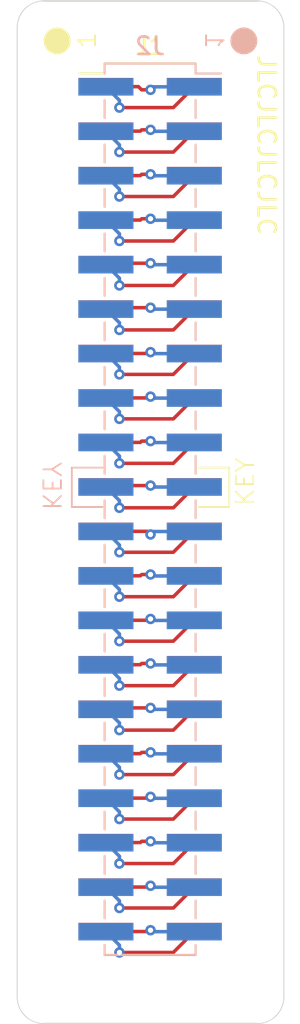
<source format=kicad_pcb>
(kicad_pcb (version 20240108) (generator "pcbnew") (generator_version "8.0")
  (title_block (title "IDE 40-40 male adapter") (date "2024-06-28") (rev "1") (company "Mario Goegel"))
  (layers (0 "F.Cu" signal) (31 "B.Cu" signal) (34 "B.Paste" user) (35 "F.Paste" user) (36 "B.SilkS" user "B.Silkscreen") (37 "F.SilkS" user "F.Silkscreen") (38 "B.Mask" user) (39 "F.Mask" user) (44 "Edge.Cuts" user))
  (net 0 "")
  (net 1 "/7")
  (net 2 "Net-(J1-Pin_40)")
  (net 3 "Net-(J1-Pin_6)")
  (net 4 "Net-(J1-Pin_20)")
  (net 5 "Net-(J1-Pin_4)")
  (net 6 "/17")
  (net 7 "/37")
  (net 8 "Net-(J1-Pin_30)")
  (net 9 "/35")
  (net 10 "/23")
  (net 11 "Net-(J1-Pin_26)")
  (net 12 "/19")
  (net 13 "/1")
  (net 14 "/9")
  (net 15 "/5")
  (net 16 "/21")
  (net 17 "/29")
  (net 18 "/31")
  (net 19 "Net-(J1-Pin_10)")
  (net 20 "/25")
  (net 21 "/39")
  (net 22 "Net-(J1-Pin_38)")
  (net 23 "Net-(J1-Pin_16)")
  (net 24 "Net-(J1-Pin_34)")
  (net 25 "/13")
  (net 26 "Net-(J1-Pin_14)")
  (net 27 "/15")
  (net 28 "Net-(J1-Pin_32)")
  (net 29 "/3")
  (net 30 "/33")
  (net 31 "Net-(J1-Pin_18)")
  (net 32 "Net-(J1-Pin_12)")
  (net 33 "Net-(J1-Pin_24)")
  (net 34 "Net-(J1-Pin_36)")
  (net 35 "Net-(J1-Pin_2)")
  (net 36 "Net-(J1-Pin_28)")
  (net 37 "Net-(J1-Pin_8)")
  (net 38 "/27")
  (net 39 "Net-(J1-Pin_22)")
  (net 40 "/11")
  (footprint "Connector_PinHeader_2.54mm:PinHeader_2x20_P2.54mm_Vertical_SMD" (layer "F.Cu") (at 126.975 82.37)
    (property "Reference" "J1" (at 0 -26.46 0) (layer "F.SilkS"))
    (property "Value" "Conn_02x20_Odd_Even")
    (fp_line (start -4.04 -24.89) (end -2.6 -24.89) (stroke (width 0.12)) (layer "F.SilkS"))
    (fp_line (start -2.6 -25.46) (end -2.6 -24.89) (stroke (width 0.12)) (layer "F.SilkS"))
    (fp_line (start -2.6 -25.46) (end 2.6 -25.46) (stroke (width 0.12)) (layer "F.SilkS"))
    (fp_line (start -2.6 -23.37) (end -2.6 -22.35) (stroke (width 0.12)) (layer "F.SilkS"))
    (fp_line (start -2.6 -20.83) (end -2.6 -19.81) (stroke (width 0.12)) (layer "F.SilkS"))
    (fp_line (start -2.6 -18.29) (end -2.6 -17.27) (stroke (width 0.12)) (layer "F.SilkS"))
    (fp_line (start -2.6 -15.75) (end -2.6 -14.73) (stroke (width 0.12)) (layer "F.SilkS"))
    (fp_line (start -2.6 -13.21) (end -2.6 -12.19) (stroke (width 0.12)) (layer "F.SilkS"))
    (fp_line (start -2.6 -10.67) (end -2.6 -9.65) (stroke (width 0.12)) (layer "F.SilkS"))
    (fp_line (start -2.6 -8.13) (end -2.6 -7.11) (stroke (width 0.12)) (layer "F.SilkS"))
    (fp_line (start -2.6 -5.59) (end -2.6 -4.57) (stroke (width 0.12)) (layer "F.SilkS"))
    (fp_line (start -2.6 -3.05) (end -2.6 -2.03) (stroke (width 0.12)) (layer "F.SilkS"))
    (fp_line (start -2.6 -0.51) (end -2.6 0.51) (stroke (width 0.12)) (layer "F.SilkS"))
    (fp_line (start -2.6 2.03) (end -2.6 3.05) (stroke (width 0.12)) (layer "F.SilkS"))
    (fp_line (start -2.6 4.57) (end -2.6 5.59) (stroke (width 0.12)) (layer "F.SilkS"))
    (fp_line (start -2.6 7.11) (end -2.6 8.13) (stroke (width 0.12)) (layer "F.SilkS"))
    (fp_line (start -2.6 9.65) (end -2.6 10.67) (stroke (width 0.12)) (layer "F.SilkS"))
    (fp_line (start -2.6 12.19) (end -2.6 13.21) (stroke (width 0.12)) (layer "F.SilkS"))
    (fp_line (start -2.6 14.73) (end -2.6 15.75) (stroke (width 0.12)) (layer "F.SilkS"))
    (fp_line (start -2.6 17.27) (end -2.6 18.29) (stroke (width 0.12)) (layer "F.SilkS"))
    (fp_line (start -2.6 19.81) (end -2.6 20.83) (stroke (width 0.12)) (layer "F.SilkS"))
    (fp_line (start -2.6 22.35) (end -2.6 23.37) (stroke (width 0.12)) (layer "F.SilkS"))
    (fp_line (start -2.6 24.89) (end -2.6 25.46) (stroke (width 0.12)) (layer "F.SilkS"))
    (fp_line (start -2.6 25.46) (end 2.6 25.46) (stroke (width 0.12)) (layer "F.SilkS"))
    (fp_line (start 2.6 -25.46) (end 2.6 -24.89) (stroke (width 0.12)) (layer "F.SilkS"))
    (fp_line (start 2.6 -23.37) (end 2.6 -22.35) (stroke (width 0.12)) (layer "F.SilkS"))
    (fp_line (start 2.6 -20.83) (end 2.6 -19.81) (stroke (width 0.12)) (layer "F.SilkS"))
    (fp_line (start 2.6 -18.29) (end 2.6 -17.27) (stroke (width 0.12)) (layer "F.SilkS"))
    (fp_line (start 2.6 -15.75) (end 2.6 -14.73) (stroke (width 0.12)) (layer "F.SilkS"))
    (fp_line (start 2.6 -13.21) (end 2.6 -12.19) (stroke (width 0.12)) (layer "F.SilkS"))
    (fp_line (start 2.6 -10.67) (end 2.6 -9.65) (stroke (width 0.12)) (layer "F.SilkS"))
    (fp_line (start 2.6 -8.13) (end 2.6 -7.11) (stroke (width 0.12)) (layer "F.SilkS"))
    (fp_line (start 2.6 -5.59) (end 2.6 -4.57) (stroke (width 0.12)) (layer "F.SilkS"))
    (fp_line (start 2.6 -3.05) (end 2.6 -2.03) (stroke (width 0.12)) (layer "F.SilkS"))
    (fp_line (start 2.6 -0.51) (end 2.6 0.51) (stroke (width 0.12)) (layer "F.SilkS"))
    (fp_line (start 2.6 2.03) (end 2.6 3.05) (stroke (width 0.12)) (layer "F.SilkS"))
    (fp_line (start 2.6 4.57) (end 2.6 5.59) (stroke (width 0.12)) (layer "F.SilkS"))
    (fp_line (start 2.6 7.11) (end 2.6 8.13) (stroke (width 0.12)) (layer "F.SilkS"))
    (fp_line (start 2.6 9.65) (end 2.6 10.67) (stroke (width 0.12)) (layer "F.SilkS"))
    (fp_line (start 2.6 12.19) (end 2.6 13.21) (stroke (width 0.12)) (layer "F.SilkS"))
    (fp_line (start 2.6 14.73) (end 2.6 15.75) (stroke (width 0.12)) (layer "F.SilkS"))
    (fp_line (start 2.6 17.27) (end 2.6 18.29) (stroke (width 0.12)) (layer "F.SilkS"))
    (fp_line (start 2.6 19.81) (end 2.6 20.83) (stroke (width 0.12)) (layer "F.SilkS"))
    (fp_line (start 2.6 22.35) (end 2.6 23.37) (stroke (width 0.12)) (layer "F.SilkS"))
    (fp_line (start 2.6 24.89) (end 2.6 25.46) (stroke (width 0.12)) (layer "F.SilkS"))
    (pad "1" smd rect (at -2.525 -24.13) (size 3.15 1) (layers "F.Cu" "F.Paste" "F.Mask") (net 13 "/1"))
    (pad "2" smd rect (at 2.525 -24.13) (size 3.15 1) (layers "F.Cu" "F.Paste" "F.Mask") (net 35 "Net-(J1-Pin_2)"))
    (pad "3" smd rect (at -2.525 -21.59) (size 3.15 1) (layers "F.Cu" "F.Paste" "F.Mask") (net 29 "/3"))
    (pad "4" smd rect (at 2.525 -21.59) (size 3.15 1) (layers "F.Cu" "F.Paste" "F.Mask") (net 5 "Net-(J1-Pin_4)"))
    (pad "5" smd rect (at -2.525 -19.05) (size 3.15 1) (layers "F.Cu" "F.Paste" "F.Mask") (net 15 "/5"))
    (pad "6" smd rect (at 2.525 -19.05) (size 3.15 1) (layers "F.Cu" "F.Paste" "F.Mask") (net 3 "Net-(J1-Pin_6)"))
    (pad "7" smd rect (at -2.525 -16.51) (size 3.15 1) (layers "F.Cu" "F.Paste" "F.Mask") (net 1 "/7"))
    (pad "8" smd rect (at 2.525 -16.51) (size 3.15 1) (layers "F.Cu" "F.Paste" "F.Mask") (net 37 "Net-(J1-Pin_8)"))
    (pad "9" smd rect (at -2.525 -13.97) (size 3.15 1) (layers "F.Cu" "F.Paste" "F.Mask") (net 14 "/9"))
    (pad "10" smd rect (at 2.525 -13.97) (size 3.15 1) (layers "F.Cu" "F.Paste" "F.Mask") (net 19 "Net-(J1-Pin_10)"))
    (pad "11" smd rect (at -2.525 -11.43) (size 3.15 1) (layers "F.Cu" "F.Paste" "F.Mask") (net 40 "/11"))
    (pad "12" smd rect (at 2.525 -11.43) (size 3.15 1) (layers "F.Cu" "F.Paste" "F.Mask") (net 32 "Net-(J1-Pin_12)"))
    (pad "13" smd rect (at -2.525 -8.89) (size 3.15 1) (layers "F.Cu" "F.Paste" "F.Mask") (net 25 "/13"))
    (pad "14" smd rect (at 2.525 -8.89) (size 3.15 1) (layers "F.Cu" "F.Paste" "F.Mask") (net 26 "Net-(J1-Pin_14)"))
    (pad "15" smd rect (at -2.525 -6.35) (size 3.15 1) (layers "F.Cu" "F.Paste" "F.Mask") (net 27 "/15"))
    (pad "16" smd rect (at 2.525 -6.35) (size 3.15 1) (layers "F.Cu" "F.Paste" "F.Mask") (net 23 "Net-(J1-Pin_16)"))
    (pad "17" smd rect (at -2.525 -3.81) (size 3.15 1) (layers "F.Cu" "F.Paste" "F.Mask") (net 6 "/17"))
    (pad "18" smd rect (at 2.525 -3.81) (size 3.15 1) (layers "F.Cu" "F.Paste" "F.Mask") (net 31 "Net-(J1-Pin_18)"))
    (pad "19" smd rect (at -2.525 -1.27) (size 3.15 1) (layers "F.Cu" "F.Paste" "F.Mask") (net 12 "/19"))
    (pad "20" smd rect (at 2.525 -1.27) (size 3.15 1) (layers "F.Cu" "F.Paste" "F.Mask") (net 4 "Net-(J1-Pin_20)"))
    (pad "21" smd rect (at -2.525 1.27) (size 3.15 1) (layers "F.Cu" "F.Paste" "F.Mask") (net 16 "/21"))
    (pad "22" smd rect (at 2.525 1.27) (size 3.15 1) (layers "F.Cu" "F.Paste" "F.Mask") (net 39 "Net-(J1-Pin_22)"))
    (pad "23" smd rect (at -2.525 3.81) (size 3.15 1) (layers "F.Cu" "F.Paste" "F.Mask") (net 10 "/23"))
    (pad "24" smd rect (at 2.525 3.81) (size 3.15 1) (layers "F.Cu" "F.Paste" "F.Mask") (net 33 "Net-(J1-Pin_24)"))
    (pad "25" smd rect (at -2.525 6.35) (size 3.15 1) (layers "F.Cu" "F.Paste" "F.Mask") (net 20 "/25"))
    (pad "26" smd rect (at 2.525 6.35) (size 3.15 1) (layers "F.Cu" "F.Paste" "F.Mask") (net 11 "Net-(J1-Pin_26)"))
    (pad "27" smd rect (at -2.525 8.89) (size 3.15 1) (layers "F.Cu" "F.Paste" "F.Mask") (net 38 "/27"))
    (pad "28" smd rect (at 2.525 8.89) (size 3.15 1) (layers "F.Cu" "F.Paste" "F.Mask") (net 36 "Net-(J1-Pin_28)"))
    (pad "29" smd rect (at -2.525 11.43) (size 3.15 1) (layers "F.Cu" "F.Paste" "F.Mask") (net 17 "/29"))
    (pad "30" smd rect (at 2.525 11.43) (size 3.15 1) (layers "F.Cu" "F.Paste" "F.Mask") (net 8 "Net-(J1-Pin_30)"))
    (pad "31" smd rect (at -2.525 13.97) (size 3.15 1) (layers "F.Cu" "F.Paste" "F.Mask") (net 18 "/31"))
    (pad "32" smd rect (at 2.525 13.97) (size 3.15 1) (layers "F.Cu" "F.Paste" "F.Mask") (net 28 "Net-(J1-Pin_32)"))
    (pad "33" smd rect (at -2.525 16.51) (size 3.15 1) (layers "F.Cu" "F.Paste" "F.Mask") (net 30 "/33"))
    (pad "34" smd rect (at 2.525 16.51) (size 3.15 1) (layers "F.Cu" "F.Paste" "F.Mask") (net 24 "Net-(J1-Pin_34)"))
    (pad "35" smd rect (at -2.525 19.05) (size 3.15 1) (layers "F.Cu" "F.Paste" "F.Mask") (net 9 "/35"))
    (pad "36" smd rect (at 2.525 19.05) (size 3.15 1) (layers "F.Cu" "F.Paste" "F.Mask") (net 34 "Net-(J1-Pin_36)"))
    (pad "37" smd rect (at -2.525 21.59) (size 3.15 1) (layers "F.Cu" "F.Paste" "F.Mask") (net 7 "/37"))
    (pad "38" smd rect (at 2.525 21.59) (size 3.15 1) (layers "F.Cu" "F.Paste" "F.Mask") (net 22 "Net-(J1-Pin_38)"))
    (pad "39" smd rect (at -2.525 24.13) (size 3.15 1) (layers "F.Cu" "F.Paste" "F.Mask") (net 21 "/39"))
    (pad "40" smd rect (at 2.525 24.13) (size 3.15 1) (layers "F.Cu" "F.Paste" "F.Mask") (net 2 "Net-(J1-Pin_40)"))
  )
  (footprint "Connector_PinHeader_2.54mm:PinHeader_2x20_P2.54mm_Vertical_SMD" (layer "B.Cu") (at 126.975 82.38 180)
    (property "Reference" "J2" (at 0 26.46 180) (layer "B.SilkS") (effects (justify mirror)))
    (property "Value" "Conn_02x20_Odd_Even")
    (fp_line (start 2.6 25.46) (end -2.6 25.46) (stroke (width 0.12)) (layer "B.SilkS"))
    (fp_line (start 2.6 24.89) (end 2.6 25.46) (stroke (width 0.12)) (layer "B.SilkS"))
    (fp_line (start 2.6 22.35) (end 2.6 23.37) (stroke (width 0.12)) (layer "B.SilkS"))
    (fp_line (start 2.6 19.81) (end 2.6 20.83) (stroke (width 0.12)) (layer "B.SilkS"))
    (fp_line (start 2.6 17.27) (end 2.6 18.29) (stroke (width 0.12)) (layer "B.SilkS"))
    (fp_line (start 2.6 14.73) (end 2.6 15.75) (stroke (width 0.12)) (layer "B.SilkS"))
    (fp_line (start 2.6 12.19) (end 2.6 13.21) (stroke (width 0.12)) (layer "B.SilkS"))
    (fp_line (start 2.6 9.65) (end 2.6 10.67) (stroke (width 0.12)) (layer "B.SilkS"))
    (fp_line (start 2.6 7.11) (end 2.6 8.13) (stroke (width 0.12)) (layer "B.SilkS"))
    (fp_line (start 2.6 4.57) (end 2.6 5.59) (stroke (width 0.12)) (layer "B.SilkS"))
    (fp_line (start 2.6 2.03) (end 2.6 3.05) (stroke (width 0.12)) (layer "B.SilkS"))
    (fp_line (start 2.6 -0.51) (end 2.6 0.51) (stroke (width 0.12)) (layer "B.SilkS"))
    (fp_line (start 2.6 -3.05) (end 2.6 -2.03) (stroke (width 0.12)) (layer "B.SilkS"))
    (fp_line (start 2.6 -5.59) (end 2.6 -4.57) (stroke (width 0.12)) (layer "B.SilkS"))
    (fp_line (start 2.6 -8.13) (end 2.6 -7.11) (stroke (width 0.12)) (layer "B.SilkS"))
    (fp_line (start 2.6 -10.67) (end 2.6 -9.65) (stroke (width 0.12)) (layer "B.SilkS"))
    (fp_line (start 2.6 -13.21) (end 2.6 -12.19) (stroke (width 0.12)) (layer "B.SilkS"))
    (fp_line (start 2.6 -15.75) (end 2.6 -14.73) (stroke (width 0.12)) (layer "B.SilkS"))
    (fp_line (start 2.6 -18.29) (end 2.6 -17.27) (stroke (width 0.12)) (layer "B.SilkS"))
    (fp_line (start 2.6 -20.83) (end 2.6 -19.81) (stroke (width 0.12)) (layer "B.SilkS"))
    (fp_line (start 2.6 -23.37) (end 2.6 -22.35) (stroke (width 0.12)) (layer "B.SilkS"))
    (fp_line (start 2.6 -25.46) (end 2.6 -24.89) (stroke (width 0.12)) (layer "B.SilkS"))
    (fp_line (start 2.6 -25.46) (end -2.6 -25.46) (stroke (width 0.12)) (layer "B.SilkS"))
    (fp_line (start -2.6 24.89) (end -2.6 25.46) (stroke (width 0.12)) (layer "B.SilkS"))
    (fp_line (start -2.6 24.89) (end -4.04 24.89) (stroke (width 0.12)) (layer "B.SilkS"))
    (fp_line (start -2.6 22.35) (end -2.6 23.37) (stroke (width 0.12)) (layer "B.SilkS"))
    (fp_line (start -2.6 19.81) (end -2.6 20.83) (stroke (width 0.12)) (layer "B.SilkS"))
    (fp_line (start -2.6 17.27) (end -2.6 18.29) (stroke (width 0.12)) (layer "B.SilkS"))
    (fp_line (start -2.6 14.73) (end -2.6 15.75) (stroke (width 0.12)) (layer "B.SilkS"))
    (fp_line (start -2.6 12.19) (end -2.6 13.21) (stroke (width 0.12)) (layer "B.SilkS"))
    (fp_line (start -2.6 9.65) (end -2.6 10.67) (stroke (width 0.12)) (layer "B.SilkS"))
    (fp_line (start -2.6 7.11) (end -2.6 8.13) (stroke (width 0.12)) (layer "B.SilkS"))
    (fp_line (start -2.6 4.57) (end -2.6 5.59) (stroke (width 0.12)) (layer "B.SilkS"))
    (fp_line (start -2.6 2.03) (end -2.6 3.05) (stroke (width 0.12)) (layer "B.SilkS"))
    (fp_line (start -2.6 -0.51) (end -2.6 0.51) (stroke (width 0.12)) (layer "B.SilkS"))
    (fp_line (start -2.6 -3.05) (end -2.6 -2.03) (stroke (width 0.12)) (layer "B.SilkS"))
    (fp_line (start -2.6 -5.59) (end -2.6 -4.57) (stroke (width 0.12)) (layer "B.SilkS"))
    (fp_line (start -2.6 -8.13) (end -2.6 -7.11) (stroke (width 0.12)) (layer "B.SilkS"))
    (fp_line (start -2.6 -10.67) (end -2.6 -9.65) (stroke (width 0.12)) (layer "B.SilkS"))
    (fp_line (start -2.6 -13.21) (end -2.6 -12.19) (stroke (width 0.12)) (layer "B.SilkS"))
    (fp_line (start -2.6 -15.75) (end -2.6 -14.73) (stroke (width 0.12)) (layer "B.SilkS"))
    (fp_line (start -2.6 -18.29) (end -2.6 -17.27) (stroke (width 0.12)) (layer "B.SilkS"))
    (fp_line (start -2.6 -20.83) (end -2.6 -19.81) (stroke (width 0.12)) (layer "B.SilkS"))
    (fp_line (start -2.6 -23.37) (end -2.6 -22.35) (stroke (width 0.12)) (layer "B.SilkS"))
    (fp_line (start -2.6 -25.46) (end -2.6 -24.89) (stroke (width 0.12)) (layer "B.SilkS"))
    (pad "1" smd rect (at -2.525 24.13 180) (size 3.15 1) (layers "B.Cu" "B.Paste" "B.Mask") (net 13 "/1"))
    (pad "2" smd rect (at 2.525 24.13 180) (size 3.15 1) (layers "B.Cu" "B.Paste" "B.Mask") (net 35 "Net-(J1-Pin_2)"))
    (pad "3" smd rect (at -2.525 21.59 180) (size 3.15 1) (layers "B.Cu" "B.Paste" "B.Mask") (net 29 "/3"))
    (pad "4" smd rect (at 2.525 21.59 180) (size 3.15 1) (layers "B.Cu" "B.Paste" "B.Mask") (net 5 "Net-(J1-Pin_4)"))
    (pad "5" smd rect (at -2.525 19.05 180) (size 3.15 1) (layers "B.Cu" "B.Paste" "B.Mask") (net 15 "/5"))
    (pad "6" smd rect (at 2.525 19.05 180) (size 3.15 1) (layers "B.Cu" "B.Paste" "B.Mask") (net 3 "Net-(J1-Pin_6)"))
    (pad "7" smd rect (at -2.525 16.51 180) (size 3.15 1) (layers "B.Cu" "B.Paste" "B.Mask") (net 1 "/7"))
    (pad "8" smd rect (at 2.525 16.51 180) (size 3.15 1) (layers "B.Cu" "B.Paste" "B.Mask") (net 37 "Net-(J1-Pin_8)"))
    (pad "9" smd rect (at -2.525 13.97 180) (size 3.15 1) (layers "B.Cu" "B.Paste" "B.Mask") (net 14 "/9"))
    (pad "10" smd rect (at 2.525 13.97 180) (size 3.15 1) (layers "B.Cu" "B.Paste" "B.Mask") (net 19 "Net-(J1-Pin_10)"))
    (pad "11" smd rect (at -2.525 11.43 180) (size 3.15 1) (layers "B.Cu" "B.Paste" "B.Mask") (net 40 "/11"))
    (pad "12" smd rect (at 2.525 11.43 180) (size 3.15 1) (layers "B.Cu" "B.Paste" "B.Mask") (net 32 "Net-(J1-Pin_12)"))
    (pad "13" smd rect (at -2.525 8.89 180) (size 3.15 1) (layers "B.Cu" "B.Paste" "B.Mask") (net 25 "/13"))
    (pad "14" smd rect (at 2.525 8.89 180) (size 3.15 1) (layers "B.Cu" "B.Paste" "B.Mask") (net 26 "Net-(J1-Pin_14)"))
    (pad "15" smd rect (at -2.525 6.35 180) (size 3.15 1) (layers "B.Cu" "B.Paste" "B.Mask") (net 27 "/15"))
    (pad "16" smd rect (at 2.525 6.35 180) (size 3.15 1) (layers "B.Cu" "B.Paste" "B.Mask") (net 23 "Net-(J1-Pin_16)"))
    (pad "17" smd rect (at -2.525 3.81 180) (size 3.15 1) (layers "B.Cu" "B.Paste" "B.Mask") (net 6 "/17"))
    (pad "18" smd rect (at 2.525 3.81 180) (size 3.15 1) (layers "B.Cu" "B.Paste" "B.Mask") (net 31 "Net-(J1-Pin_18)"))
    (pad "19" smd rect (at -2.525 1.27 180) (size 3.15 1) (layers "B.Cu" "B.Paste" "B.Mask") (net 12 "/19"))
    (pad "20" smd rect (at 2.525 1.27 180) (size 3.15 1) (layers "B.Cu" "B.Paste" "B.Mask") (net 4 "Net-(J1-Pin_20)"))
    (pad "21" smd rect (at -2.525 -1.27 180) (size 3.15 1) (layers "B.Cu" "B.Paste" "B.Mask") (net 16 "/21"))
    (pad "22" smd rect (at 2.525 -1.27 180) (size 3.15 1) (layers "B.Cu" "B.Paste" "B.Mask") (net 39 "Net-(J1-Pin_22)"))
    (pad "23" smd rect (at -2.525 -3.81 180) (size 3.15 1) (layers "B.Cu" "B.Paste" "B.Mask") (net 10 "/23"))
    (pad "24" smd rect (at 2.525 -3.81 180) (size 3.15 1) (layers "B.Cu" "B.Paste" "B.Mask") (net 33 "Net-(J1-Pin_24)"))
    (pad "25" smd rect (at -2.525 -6.35 180) (size 3.15 1) (layers "B.Cu" "B.Paste" "B.Mask") (net 20 "/25"))
    (pad "26" smd rect (at 2.525 -6.35 180) (size 3.15 1) (layers "B.Cu" "B.Paste" "B.Mask") (net 11 "Net-(J1-Pin_26)"))
    (pad "27" smd rect (at -2.525 -8.89 180) (size 3.15 1) (layers "B.Cu" "B.Paste" "B.Mask") (net 38 "/27"))
    (pad "28" smd rect (at 2.525 -8.89 180) (size 3.15 1) (layers "B.Cu" "B.Paste" "B.Mask") (net 36 "Net-(J1-Pin_28)"))
    (pad "29" smd rect (at -2.525 -11.43 180) (size 3.15 1) (layers "B.Cu" "B.Paste" "B.Mask") (net 17 "/29"))
    (pad "30" smd rect (at 2.525 -11.43 180) (size 3.15 1) (layers "B.Cu" "B.Paste" "B.Mask") (net 8 "Net-(J1-Pin_30)"))
    (pad "31" smd rect (at -2.525 -13.97 180) (size 3.15 1) (layers "B.Cu" "B.Paste" "B.Mask") (net 18 "/31"))
    (pad "32" smd rect (at 2.525 -13.97 180) (size 3.15 1) (layers "B.Cu" "B.Paste" "B.Mask") (net 28 "Net-(J1-Pin_32)"))
    (pad "33" smd rect (at -2.525 -16.51 180) (size 3.15 1) (layers "B.Cu" "B.Paste" "B.Mask") (net 30 "/33"))
    (pad "34" smd rect (at 2.525 -16.51 180) (size 3.15 1) (layers "B.Cu" "B.Paste" "B.Mask") (net 24 "Net-(J1-Pin_34)"))
    (pad "35" smd rect (at -2.525 -19.05 180) (size 3.15 1) (layers "B.Cu" "B.Paste" "B.Mask") (net 9 "/35"))
    (pad "36" smd rect (at 2.525 -19.05 180) (size 3.15 1) (layers "B.Cu" "B.Paste" "B.Mask") (net 34 "Net-(J1-Pin_36)"))
    (pad "37" smd rect (at -2.525 -21.59 180) (size 3.15 1) (layers "B.Cu" "B.Paste" "B.Mask") (net 7 "/37"))
    (pad "38" smd rect (at 2.525 -21.59 180) (size 3.15 1) (layers "B.Cu" "B.Paste" "B.Mask") (net 22 "Net-(J1-Pin_38)"))
    (pad "39" smd rect (at -2.525 -24.13 180) (size 3.15 1) (layers "B.Cu" "B.Paste" "B.Mask") (net 21 "/39"))
    (pad "40" smd rect (at 2.525 -24.13 180) (size 3.15 1) (layers "B.Cu" "B.Paste" "B.Mask") (net 2 "Net-(J1-Pin_40)"))
  )
  (gr_circle (center 132.334 55.626) (end 131.61558 55.626) (stroke (width 0.1)) (fill solid) (layer "B.SilkS"))
  (gr_line (start 124.25 82.25) (end 122.5 82.25) (stroke (width 0.1)) (layer "B.SilkS"))
  (gr_line (start 122.5 82.25) (end 122.5 80) (stroke (width 0.1)) (layer "B.SilkS"))
  (gr_line (start 122.5 80) (end 124.25 80) (stroke (width 0.1)) (layer "B.SilkS"))
  (gr_circle (center 121.666 55.626) (end 122.38442 55.626) (stroke (width 0.1)) (fill solid) (layer "F.SilkS"))
  (gr_line (start 131.5 80) (end 131.5 82.25) (stroke (width 0.1)) (layer "F.SilkS"))
  (gr_line (start 129.75 80) (end 131.5 80) (stroke (width 0.1)) (layer "F.SilkS"))
  (gr_line (start 131.5 82.25) (end 129.75 82.25) (stroke (width 0.1)) (layer "F.SilkS"))
  (gr_line (start 119.38 54.864) (end 119.38 110.236) (stroke (width 0.05)) (layer "Edge.Cuts"))
  (gr_line (start 134.62 54.864) (end 134.62 110.236) (stroke (width 0.05)) (layer "Edge.Cuts"))
  (gr_arc (start 133.096 53.34) (mid 134.173631 53.786369) (end 134.62 54.864) (stroke (width 0.05)) (layer "Edge.Cuts"))
  (gr_arc (start 120.904 111.76) (mid 119.826369 111.313631) (end 119.38 110.236) (stroke (width 0.05)) (layer "Edge.Cuts"))
  (gr_arc (start 119.38 54.864) (mid 119.826369 53.786369) (end 120.904 53.34) (stroke (width 0.05)) (layer "Edge.Cuts"))
  (gr_line (start 120.904 111.76) (end 133.096 111.76) (stroke (width 0.1)) (layer "Edge.Cuts"))
  (gr_arc (start 134.62 110.236) (mid 134.173631 111.313631) (end 133.096 111.76) (stroke (width 0.05)) (layer "Edge.Cuts"))
  (gr_line (start 120.904 53.34) (end 133.096 53.34) (stroke (width 0.1)) (layer "Edge.Cuts"))
  (gr_text "1" (at 130.048 56.134 -90) (layer "B.SilkS") (effects (font (size 1 1) (thickness 0.1)) (justify left bottom mirror)))
  (gr_text "KEY" (at 120.75 82.5 270) (layer "B.SilkS") (effects (font (size 1 1) (thickness 0.1)) (justify left bottom mirror)))
  (gr_text "1" (at 123.952 56.134 90) (layer "F.SilkS") (effects (font (size 1 1) (thickness 0.1)) (justify left bottom)))
  (gr_text "JLCJLCJLCJLC" (at 133.0452 56.3372 270) (layer "F.SilkS") (effects (font (size 1 1)) (justify left bottom)))
  (gr_text "KEY" (at 133 82.25 90) (layer "F.SilkS") (effects (font (size 1 1) (thickness 0.1)) (justify left bottom)))
  (segment (start 127 65.786) (end 126.492 65.786) (width 0.2) (layer "F.Cu") (net 1))
  (segment (start 126.492 65.786) (end 126.418 65.86) (width 0.2) (layer "F.Cu") (net 1))
  (segment (start 126.418 65.86) (end 124.45 65.86) (width 0.2) (layer "F.Cu") (net 1))
  (via (at 127 65.786) (size 0.6) (drill 0.3) (layers "F.Cu" "B.Cu") (net 1))
  (segment (start 129.5 65.87) (end 127.084 65.87) (width 0.2) (layer "B.Cu") (net 1))
  (segment (start 127.084 65.87) (end 127 65.786) (width 0.2) (layer "B.Cu") (net 1))
  (segment (start 129.5 106.5) (end 128.304 107.696) (width 0.2) (layer "F.Cu") (net 2))
  (segment (start 128.304 107.696) (end 125.222 107.696) (width 0.2) (layer "F.Cu") (net 2))
  (via (at 125.222 107.696) (size 0.6) (drill 0.3) (layers "F.Cu" "B.Cu") (net 2))
  (segment (start 125.222 107.282) (end 124.45 106.51) (width 0.2) (layer "B.Cu") (net 2))
  (segment (start 125.222 107.696) (end 125.222 107.282) (width 0.2) (layer "B.Cu") (net 2))
  (segment (start 128.304 64.516) (end 125.222 64.516) (width 0.2) (layer "F.Cu") (net 3))
  (segment (start 129.5 63.32) (end 128.304 64.516) (width 0.2) (layer "F.Cu") (net 3))
  (via (at 125.222 64.516) (size 0.6) (drill 0.3) (layers "F.Cu" "B.Cu") (net 3))
  (segment (start 125.222 64.516) (end 125.222 64.102) (width 0.2) (layer "B.Cu") (net 3))
  (segment (start 125.222 64.102) (end 124.45 63.33) (width 0.2) (layer "B.Cu") (net 3))
  (segment (start 129.5 81.1) (end 128.304 82.296) (width 0.2) (layer "F.Cu") (net 4))
  (segment (start 128.304 82.296) (end 125.222 82.296) (width 0.2) (layer "F.Cu") (net 4))
  (via (at 125.222 82.296) (size 0.6) (drill 0.3) (layers "F.Cu" "B.Cu") (net 4))
  (segment (start 125.222 82.296) (end 125.222 81.882) (width 0.2) (layer "B.Cu") (net 4))
  (segment (start 125.222 81.882) (end 124.45 81.11) (width 0.2) (layer "B.Cu") (net 4))
  (segment (start 129.5 60.78) (end 128.304 61.976) (width 0.2) (layer "F.Cu") (net 5))
  (segment (start 128.304 61.976) (end 125.222 61.976) (width 0.2) (layer "F.Cu") (net 5))
  (via (at 125.222 61.976) (size 0.6) (drill 0.3) (layers "F.Cu" "B.Cu") (net 5))
  (segment (start 125.222 61.562) (end 124.45 60.79) (width 0.2) (layer "B.Cu") (net 5))
  (segment (start 125.222 61.976) (end 125.222 61.562) (width 0.2) (layer "B.Cu") (net 5))
  (segment (start 126.418 78.56) (end 124.45 78.56) (width 0.2) (layer "F.Cu") (net 6))
  (segment (start 127 78.486) (end 126.492 78.486) (width 0.2) (layer "F.Cu") (net 6))
  (segment (start 126.492 78.486) (end 126.418 78.56) (width 0.2) (layer "F.Cu") (net 6))
  (via (at 127 78.486) (size 0.6) (drill 0.3) (layers "F.Cu" "B.Cu") (net 6))
  (segment (start 127.084 78.57) (end 127 78.486) (width 0.2) (layer "B.Cu") (net 6))
  (segment (start 129.5 78.57) (end 127.084 78.57) (width 0.2) (layer "B.Cu") (net 6))
  (segment (start 126.926 103.96) (end 124.45 103.96) (width 0.2) (layer "F.Cu") (net 7))
  (segment (start 127 103.886) (end 126.926 103.96) (width 0.2) (layer "F.Cu") (net 7))
  (via (at 127 103.886) (size 0.6) (drill 0.3) (layers "F.Cu" "B.Cu") (net 7))
  (segment (start 129.5 103.97) (end 127.084 103.97) (width 0.2) (layer "B.Cu") (net 7))
  (segment (start 127.084 103.97) (end 127 103.886) (width 0.2) (layer "B.Cu") (net 7))
  (segment (start 128.304 94.996) (end 125.222 94.996) (width 0.2) (layer "F.Cu") (net 8))
  (segment (start 129.5 93.8) (end 128.304 94.996) (width 0.2) (layer "F.Cu") (net 8))
  (via (at 125.222 94.996) (size 0.6) (drill 0.3) (layers "F.Cu" "B.Cu") (net 8))
  (segment (start 125.222 94.582) (end 124.45 93.81) (width 0.2) (layer "B.Cu") (net 8))
  (segment (start 125.222 94.996) (end 125.222 94.582) (width 0.2) (layer "B.Cu") (net 8))
  (segment (start 126.418 101.42) (end 124.45 101.42) (width 0.2) (layer "F.Cu") (net 9))
  (segment (start 126.492 101.346) (end 126.418 101.42) (width 0.2) (layer "F.Cu") (net 9))
  (segment (start 127 101.346) (end 126.492 101.346) (width 0.2) (layer "F.Cu") (net 9))
  (via (at 127 101.346) (size 0.6) (drill 0.3) (layers "F.Cu" "B.Cu") (net 9))
  (segment (start 127.084 101.43) (end 127 101.346) (width 0.2) (layer "B.Cu") (net 9))
  (segment (start 129.5 101.43) (end 127.084 101.43) (width 0.2) (layer "B.Cu") (net 9))
  (segment (start 126.492 86.106) (end 126.418 86.18) (width 0.2) (layer "F.Cu") (net 10))
  (segment (start 127 86.106) (end 126.492 86.106) (width 0.2) (layer "F.Cu") (net 10))
  (segment (start 126.418 86.18) (end 124.45 86.18) (width 0.2) (layer "F.Cu") (net 10))
  (via (at 127 86.106) (size 0.6) (drill 0.3) (layers "F.Cu" "B.Cu") (net 10))
  (segment (start 127.084 86.19) (end 127 86.106) (width 0.2) (layer "B.Cu") (net 10))
  (segment (start 129.5 86.19) (end 127.084 86.19) (width 0.2) (layer "B.Cu") (net 10))
  (segment (start 128.304 89.916) (end 125.222 89.916) (width 0.2) (layer "F.Cu") (net 11))
  (segment (start 129.5 88.72) (end 128.304 89.916) (width 0.2) (layer "F.Cu") (net 11))
  (via (at 125.222 89.916) (size 0.6) (drill 0.3) (layers "F.Cu" "B.Cu") (net 11))
  (segment (start 125.222 89.916) (end 125.222 89.502) (width 0.2) (layer "B.Cu") (net 11))
  (segment (start 125.222 89.502) (end 124.45 88.73) (width 0.2) (layer "B.Cu") (net 11))
  (segment (start 124.524 81.026) (end 124.45 81.1) (width 0.2) (layer "F.Cu") (net 12))
  (segment (start 127 81.026) (end 124.524 81.026) (width 0.2) (layer "F.Cu") (net 12))
  (via (at 127 81.026) (size 0.6) (drill 0.3) (layers "F.Cu" "B.Cu") (net 12))
  (segment (start 127.084 81.11) (end 127 81.026) (width 0.2) (layer "B.Cu") (net 12))
  (segment (start 129.5 81.11) (end 127.084 81.11) (width 0.2) (layer "B.Cu") (net 12))
  (segment (start 126.312 58.24) (end 124.45 58.24) (width 0.2) (layer "F.Cu") (net 13))
  (segment (start 127 58.42) (end 126.492 58.42) (width 0.2) (layer "F.Cu") (net 13))
  (segment (start 126.492 58.42) (end 126.312 58.24) (width 0.2) (layer "F.Cu") (net 13))
  (via (at 127 58.42) (size 0.6) (drill 0.3) (layers "F.Cu" "B.Cu") (net 13))
  (segment (start 127.17 58.25) (end 127 58.42) (width 0.2) (layer "B.Cu") (net 13))
  (segment (start 129.5 58.25) (end 127.17 58.25) (width 0.2) (layer "B.Cu") (net 13))
  (segment (start 127 68.326) (end 124.524 68.326) (width 0.2) (layer "F.Cu") (net 14))
  (segment (start 124.524 68.326) (end 124.45 68.4) (width 0.2) (layer "F.Cu") (net 14))
  (via (at 127 68.326) (size 0.6) (drill 0.3) (layers "F.Cu" "B.Cu") (net 14))
  (segment (start 127.084 68.41) (end 127 68.326) (width 0.2) (layer "B.Cu") (net 14))
  (segment (start 129.5 68.41) (end 127.084 68.41) (width 0.2) (layer "B.Cu") (net 14))
  (segment (start 126.418 63.32) (end 124.45 63.32) (width 0.2) (layer "F.Cu") (net 15))
  (segment (start 126.492 63.246) (end 126.418 63.32) (width 0.2) (layer "F.Cu") (net 15))
  (segment (start 127 63.246) (end 126.492 63.246) (width 0.2) (layer "F.Cu") (net 15))
  (via (at 127 63.246) (size 0.6) (drill 0.3) (layers "F.Cu" "B.Cu") (net 15))
  (segment (start 129.5 63.33) (end 127.084 63.33) (width 0.2) (layer "B.Cu") (net 15))
  (segment (start 127.084 63.33) (end 127 63.246) (width 0.2) (layer "B.Cu") (net 15))
  (segment (start 127 83.82) (end 126.82 83.64) (width 0.2) (layer "F.Cu") (net 16))
  (segment (start 126.82 83.64) (end 124.45 83.64) (width 0.2) (layer "F.Cu") (net 16))
  (via (at 127 83.82) (size 0.6) (drill 0.3) (layers "F.Cu" "B.Cu") (net 16))
  (segment (start 127.17 83.65) (end 127 83.82) (width 0.2) (layer "B.Cu") (net 16))
  (segment (start 129.5 83.65) (end 127.17 83.65) (width 0.2) (layer "B.Cu") (net 16))
  (segment (start 127 93.726) (end 124.524 93.726) (width 0.2) (layer "F.Cu") (net 17))
  (segment (start 124.524 93.726) (end 124.45 93.8) (width 0.2) (layer "F.Cu") (net 17))
  (via (at 127 93.726) (size 0.6) (drill 0.3) (layers "F.Cu" "B.Cu") (net 17))
  (segment (start 127.084 93.81) (end 127 93.726) (width 0.2) (layer "B.Cu") (net 17))
  (segment (start 129.5 93.81) (end 127.084 93.81) (width 0.2) (layer "B.Cu") (net 17))
  (segment (start 126.492 96.266) (end 126.418 96.34) (width 0.2) (layer "F.Cu") (net 18))
  (segment (start 127 96.266) (end 126.492 96.266) (width 0.2) (layer "F.Cu") (net 18))
  (segment (start 126.418 96.34) (end 124.45 96.34) (width 0.2) (layer "F.Cu") (net 18))
  (via (at 127 96.266) (size 0.6) (drill 0.3) (layers "F.Cu" "B.Cu") (net 18))
  (segment (start 127.084 96.35) (end 127 96.266) (width 0.2) (layer "B.Cu") (net 18))
  (segment (start 129.5 96.35) (end 127.084 96.35) (width 0.2) (layer "B.Cu") (net 18))
  (segment (start 128.304 69.596) (end 125.222 69.596) (width 0.2) (layer "F.Cu") (net 19))
  (segment (start 129.5 68.4) (end 128.304 69.596) (width 0.2) (layer "F.Cu") (net 19))
  (via (at 125.222 69.596) (size 0.6) (drill 0.3) (layers "F.Cu" "B.Cu") (net 19))
  (segment (start 125.222 69.596) (end 125.222 69.182) (width 0.2) (layer "B.Cu") (net 19))
  (segment (start 125.222 69.182) (end 124.45 68.41) (width 0.2) (layer "B.Cu") (net 19))
  (segment (start 126.926 88.72) (end 124.45 88.72) (width 0.2) (layer "F.Cu") (net 20))
  (segment (start 127 88.646) (end 126.926 88.72) (width 0.2) (layer "F.Cu") (net 20))
  (via (at 127 88.646) (size 0.6) (drill 0.3) (layers "F.Cu" "B.Cu") (net 20))
  (segment (start 129.5 88.73) (end 127.084 88.73) (width 0.2) (layer "B.Cu") (net 20))
  (segment (start 127.084 88.73) (end 127 88.646) (width 0.2) (layer "B.Cu") (net 20))
  (segment (start 127 106.426) (end 126.926 106.5) (width 0.2) (layer "F.Cu") (net 21))
  (segment (start 126.926 106.5) (end 124.45 106.5) (width 0.2) (layer "F.Cu") (net 21))
  (via (at 127 106.426) (size 0.6) (drill 0.3) (layers "F.Cu" "B.Cu") (net 21))
  (segment (start 127.084 106.51) (end 127 106.426) (width 0.2) (layer "B.Cu") (net 21))
  (segment (start 129.5 106.51) (end 127.084 106.51) (width 0.2) (layer "B.Cu") (net 21))
  (segment (start 129.5 103.96) (end 128.304 105.156) (width 0.2) (layer "F.Cu") (net 22))
  (segment (start 128.304 105.156) (end 125.222 105.156) (width 0.2) (layer "F.Cu") (net 22))
  (via (at 125.222 105.156) (size 0.6) (drill 0.3) (layers "F.Cu" "B.Cu") (net 22))
  (segment (start 125.222 104.742) (end 124.45 103.97) (width 0.2) (layer "B.Cu") (net 22))
  (segment (start 125.222 105.156) (end 125.222 104.742) (width 0.2) (layer "B.Cu") (net 22))
  (segment (start 128.304 77.216) (end 125.222 77.216) (width 0.2) (layer "F.Cu") (net 23))
  (segment (start 129.5 76.02) (end 128.304 77.216) (width 0.2) (layer "F.Cu") (net 23))
  (via (at 125.222 77.216) (size 0.6) (drill 0.3) (layers "F.Cu" "B.Cu") (net 23))
  (segment (start 125.222 76.802) (end 124.45 76.03) (width 0.2) (layer "B.Cu") (net 23))
  (segment (start 125.222 77.216) (end 125.222 76.802) (width 0.2) (layer "B.Cu") (net 23))
  (segment (start 128.304 100.076) (end 125.222 100.076) (width 0.2) (layer "F.Cu") (net 24))
  (segment (start 129.5 98.88) (end 128.304 100.076) (width 0.2) (layer "F.Cu") (net 24))
  (via (at 125.222 100.076) (size 0.6) (drill 0.3) (layers "F.Cu" "B.Cu") (net 24))
  (segment (start 125.222 99.662) (end 124.45 98.89) (width 0.2) (layer "B.Cu") (net 24))
  (segment (start 125.222 100.076) (end 125.222 99.662) (width 0.2) (layer "B.Cu") (net 24))
  (segment (start 127 73.406) (end 126.926 73.48) (width 0.2) (layer "F.Cu") (net 25))
  (segment (start 126.926 73.48) (end 124.45 73.48) (width 0.2) (layer "F.Cu") (net 25))
  (via (at 127 73.406) (size 0.6) (drill 0.3) (layers "F.Cu" "B.Cu") (net 25))
  (segment (start 127.084 73.49) (end 127 73.406) (width 0.2) (layer "B.Cu") (net 25))
  (segment (start 129.5 73.49) (end 127.084 73.49) (width 0.2) (layer "B.Cu") (net 25))
  (segment (start 128.304 74.676) (end 125.222 74.676) (width 0.2) (layer "F.Cu") (net 26))
  (segment (start 129.5 73.48) (end 128.304 74.676) (width 0.2) (layer "F.Cu") (net 26))
  (via (at 125.222 74.676) (size 0.6) (drill 0.3) (layers "F.Cu" "B.Cu") (net 26))
  (segment (start 125.222 74.262) (end 124.45 73.49) (width 0.2) (layer "B.Cu") (net 26))
  (segment (start 125.222 74.676) (end 125.222 74.262) (width 0.2) (layer "B.Cu") (net 26))
  (segment (start 127 75.946) (end 126.926 76.02) (width 0.2) (layer "F.Cu") (net 27))
  (segment (start 126.926 76.02) (end 124.45 76.02) (width 0.2) (layer "F.Cu") (net 27))
  (via (at 127 75.946) (size 0.6) (drill 0.3) (layers "F.Cu" "B.Cu") (net 27))
  (segment (start 129.5 76.03) (end 127.084 76.03) (width 0.2) (layer "B.Cu") (net 27))
  (segment (start 127.084 76.03) (end 127 75.946) (width 0.2) (layer "B.Cu") (net 27))
  (segment (start 128.304 97.536) (end 125.222 97.536) (width 0.2) (layer "F.Cu") (net 28))
  (segment (start 129.5 96.34) (end 128.304 97.536) (width 0.2) (layer "F.Cu") (net 28))
  (via (at 125.222 97.536) (size 0.6) (drill 0.3) (layers "F.Cu" "B.Cu") (net 28))
  (segment (start 125.222 97.536) (end 125.222 97.122) (width 0.2) (layer "B.Cu") (net 28))
  (segment (start 125.222 97.122) (end 124.45 96.35) (width 0.2) (layer "B.Cu") (net 28))
  (segment (start 126.492 60.706) (end 126.418 60.78) (width 0.2) (layer "F.Cu") (net 29))
  (segment (start 126.418 60.78) (end 124.45 60.78) (width 0.2) (layer "F.Cu") (net 29))
  (segment (start 127 60.706) (end 126.492 60.706) (width 0.2) (layer "F.Cu") (net 29))
  (via (at 127 60.706) (size 0.6) (drill 0.3) (layers "F.Cu" "B.Cu") (net 29))
  (segment (start 127.084 60.79) (end 127 60.706) (width 0.2) (layer "B.Cu") (net 29))
  (segment (start 129.5 60.79) (end 127.084 60.79) (width 0.2) (layer "B.Cu") (net 29))
  (segment (start 127 98.806) (end 126.926 98.88) (width 0.2) (layer "F.Cu") (net 30))
  (segment (start 126.926 98.88) (end 124.45 98.88) (width 0.2) (layer "F.Cu") (net 30))
  (via (at 127 98.806) (size 0.6) (drill 0.3) (layers "F.Cu" "B.Cu") (net 30))
  (segment (start 129.5 98.89) (end 127.084 98.89) (width 0.2) (layer "B.Cu") (net 30))
  (segment (start 127.084 98.89) (end 127 98.806) (width 0.2) (layer "B.Cu") (net 30))
  (segment (start 128.304 79.756) (end 125.222 79.756) (width 0.2) (layer "F.Cu") (net 31))
  (segment (start 129.5 78.56) (end 128.304 79.756) (width 0.2) (layer "F.Cu") (net 31))
  (via (at 125.222 79.756) (size 0.6) (drill 0.3) (layers "F.Cu" "B.Cu") (net 31))
  (segment (start 125.222 79.342) (end 124.45 78.57) (width 0.2) (layer "B.Cu") (net 31))
  (segment (start 125.222 79.756) (end 125.222 79.342) (width 0.2) (layer "B.Cu") (net 31))
  (segment (start 129.5 70.94) (end 128.304 72.136) (width 0.2) (layer "F.Cu") (net 32))
  (segment (start 128.304 72.136) (end 125.222 72.136) (width 0.2) (layer "F.Cu") (net 32))
  (via (at 125.222 72.136) (size 0.6) (drill 0.3) (layers "F.Cu" "B.Cu") (net 32))
  (segment (start 125.222 71.722) (end 124.45 70.95) (width 0.2) (layer "B.Cu") (net 32))
  (segment (start 125.222 72.136) (end 125.222 71.722) (width 0.2) (layer "B.Cu") (net 32))
  (segment (start 129.5 86.18) (end 128.304 87.376) (width 0.2) (layer "F.Cu") (net 33))
  (segment (start 128.304 87.376) (end 125.222 87.376) (width 0.2) (layer "F.Cu") (net 33))
  (via (at 125.222 87.376) (size 0.6) (drill 0.3) (layers "F.Cu" "B.Cu") (net 33))
  (segment (start 125.222 86.962) (end 124.45 86.19) (width 0.2) (layer "B.Cu") (net 33))
  (segment (start 125.222 87.376) (end 125.222 86.962) (width 0.2) (layer "B.Cu") (net 33))
  (segment (start 128.304 102.616) (end 125.222 102.616) (width 0.2) (layer "F.Cu") (net 34))
  (segment (start 129.5 101.42) (end 128.304 102.616) (width 0.2) (layer "F.Cu") (net 34))
  (via (at 125.222 102.616) (size 0.6) (drill 0.3) (layers "F.Cu" "B.Cu") (net 34))
  (segment (start 125.222 102.616) (end 125.222 102.202) (width 0.2) (layer "B.Cu") (net 34))
  (segment (start 125.222 102.202) (end 124.45 101.43) (width 0.2) (layer "B.Cu") (net 34))
  (segment (start 129.5 58.24) (end 128.304 59.436) (width 0.2) (layer "F.Cu") (net 35))
  (segment (start 128.304 59.436) (end 125.222 59.436) (width 0.2) (layer "F.Cu") (net 35))
  (via (at 125.222 59.436) (size 0.6) (drill 0.3) (layers "F.Cu" "B.Cu") (net 35))
  (segment (start 125.222 59.436) (end 125.222 59.022) (width 0.2) (layer "B.Cu") (net 35))
  (segment (start 125.222 59.022) (end 124.45 58.25) (width 0.2) (layer "B.Cu") (net 35))
  (segment (start 128.304 92.456) (end 125.222 92.456) (width 0.2) (layer "F.Cu") (net 36))
  (segment (start 129.5 91.26) (end 128.304 92.456) (width 0.2) (layer "F.Cu") (net 36))
  (via (at 125.222 92.456) (size 0.6) (drill 0.3) (layers "F.Cu" "B.Cu") (net 36))
  (segment (start 125.222 92.456) (end 125.222 92.042) (width 0.2) (layer "B.Cu") (net 36))
  (segment (start 125.222 92.042) (end 124.45 91.27) (width 0.2) (layer "B.Cu") (net 36))
  (segment (start 129.5 65.86) (end 128.304 67.056) (width 0.2) (layer "F.Cu") (net 37))
  (segment (start 128.304 67.056) (end 125.222 67.056) (width 0.2) (layer "F.Cu") (net 37))
  (via (at 125.222 67.056) (size 0.6) (drill 0.3) (layers "F.Cu" "B.Cu") (net 37))
  (segment (start 125.222 67.056) (end 125.222 66.642) (width 0.2) (layer "B.Cu") (net 37))
  (segment (start 125.222 66.642) (end 124.45 65.87) (width 0.2) (layer "B.Cu") (net 37))
  (segment (start 127 91.186) (end 126.492 91.186) (width 0.2) (layer "F.Cu") (net 38))
  (segment (start 126.418 91.26) (end 124.45 91.26) (width 0.2) (layer "F.Cu") (net 38))
  (segment (start 126.492 91.186) (end 126.418 91.26) (width 0.2) (layer "F.Cu") (net 38))
  (via (at 127 91.186) (size 0.6) (drill 0.3) (layers "F.Cu" "B.Cu") (net 38))
  (segment (start 129.5 91.27) (end 127.084 91.27) (width 0.2) (layer "B.Cu") (net 38))
  (segment (start 127.084 91.27) (end 127 91.186) (width 0.2) (layer "B.Cu") (net 38))
  (segment (start 129.5 83.64) (end 128.304 84.836) (width 0.2) (layer "F.Cu") (net 39))
  (segment (start 128.304 84.836) (end 125.222 84.836) (width 0.2) (layer "F.Cu") (net 39))
  (via (at 125.222 84.836) (size 0.6) (drill 0.3) (layers "F.Cu" "B.Cu") (net 39))
  (segment (start 125.222 84.422) (end 124.45 83.65) (width 0.2) (layer "B.Cu") (net 39))
  (segment (start 125.222 84.836) (end 125.222 84.422) (width 0.2) (layer "B.Cu") (net 39))
  (segment (start 127 70.866) (end 124.524 70.866) (width 0.2) (layer "F.Cu") (net 40))
  (segment (start 124.524 70.866) (end 124.45 70.94) (width 0.2) (layer "F.Cu") (net 40))
  (via (at 127 70.866) (size 0.6) (drill 0.3) (layers "F.Cu" "B.Cu") (net 40))
  (segment (start 129.5 70.95) (end 127.084 70.95) (width 0.2) (layer "B.Cu") (net 40))
  (segment (start 127.084 70.95) (end 127 70.866) (width 0.2) (layer "B.Cu") (net 40))
)
</source>
